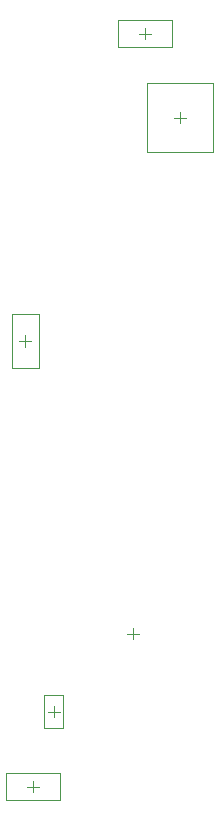
<source format=gbr>
G04 Layer_Color=32768*
%FSLAX24Y24*%
%MOIN*%
%TF.FileFunction,Mechanical*%
%TF.Part,Single*%
G01*
G75*
%TA.AperFunction,NonConductor*%
%ADD40C,0.0039*%
%ADD41C,0.0020*%
D40*
X60103Y65900D02*
X60497D01*
X60300Y65703D02*
Y66097D01*
X56353Y40800D02*
X56747D01*
X56550Y40603D02*
Y40997D01*
X59900Y45703D02*
Y46097D01*
X59703Y45900D02*
X60097D01*
X57053Y43300D02*
X57447D01*
X57250Y43103D02*
Y43497D01*
X56300Y55453D02*
Y55847D01*
X56103Y55650D02*
X56497D01*
X61253Y63100D02*
X61647D01*
X61450Y62903D02*
Y63297D01*
D41*
X59394Y65447D02*
Y66353D01*
X61206Y65447D02*
Y66353D01*
X59394D02*
X61206D01*
X59394Y65447D02*
X61206D01*
X55644Y40347D02*
Y41253D01*
X57456Y40347D02*
Y41253D01*
X55644D02*
X57456D01*
X55644Y40347D02*
X57456D01*
X57565Y42749D02*
Y43851D01*
X56935Y42749D02*
Y43851D01*
X57565D01*
X56935Y42749D02*
X57565D01*
X55847Y54744D02*
X56753D01*
X55847Y56556D02*
X56753D01*
X55847Y54744D02*
Y56556D01*
X56753Y54744D02*
Y56556D01*
X60348Y61958D02*
Y64242D01*
X62552Y61958D02*
Y64242D01*
X60348Y61958D02*
X62552D01*
X60348Y64242D02*
X62552D01*
%TF.MD5,AD0C3DCD85DDC1A2132280E8AD56E9FA*%
M02*

</source>
